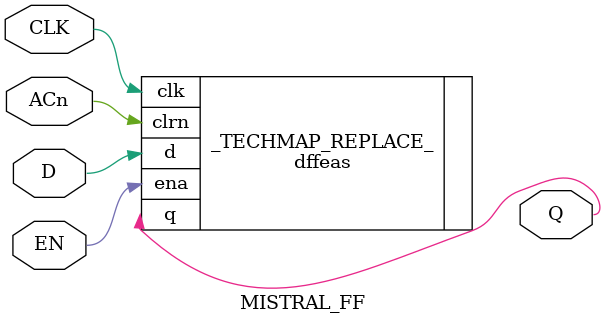
<source format=v>
module MISTRAL_FF(input D, CLK, ACn, EN, output reg Q);

parameter [0:0] INIT = 1'b0;

localparam INIT_STR = (INIT == 1'b0) ? "low" : "high";

dffeas #(.power_up(INIT_STR), .is_wysiwyg("true")) _TECHMAP_REPLACE_ (.d(D), .clk(CLK), .clrn(ACn), .ena(EN), .q(Q));

endmodule

</source>
